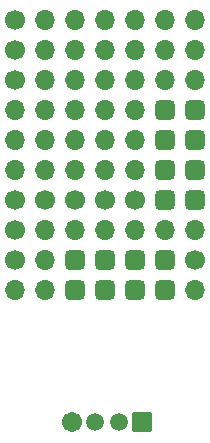
<source format=gts>
G04 #@! TF.GenerationSoftware,KiCad,Pcbnew,(6.0.5)*
G04 #@! TF.CreationDate,2022-09-09T15:45:55+09:00*
G04 #@! TF.ProjectId,UnitBase,556e6974-4261-4736-952e-6b696361645f,rev?*
G04 #@! TF.SameCoordinates,Original*
G04 #@! TF.FileFunction,Soldermask,Top*
G04 #@! TF.FilePolarity,Negative*
%FSLAX46Y46*%
G04 Gerber Fmt 4.6, Leading zero omitted, Abs format (unit mm)*
G04 Created by KiCad (PCBNEW (6.0.5)) date 2022-09-09 15:45:55*
%MOMM*%
%LPD*%
G01*
G04 APERTURE LIST*
G04 Aperture macros list*
%AMRoundRect*
0 Rectangle with rounded corners*
0 $1 Rounding radius*
0 $2 $3 $4 $5 $6 $7 $8 $9 X,Y pos of 4 corners*
0 Add a 4 corners polygon primitive as box body*
4,1,4,$2,$3,$4,$5,$6,$7,$8,$9,$2,$3,0*
0 Add four circle primitives for the rounded corners*
1,1,$1+$1,$2,$3*
1,1,$1+$1,$4,$5*
1,1,$1+$1,$6,$7*
1,1,$1+$1,$8,$9*
0 Add four rect primitives between the rounded corners*
20,1,$1+$1,$2,$3,$4,$5,0*
20,1,$1+$1,$4,$5,$6,$7,0*
20,1,$1+$1,$6,$7,$8,$9,0*
20,1,$1+$1,$8,$9,$2,$3,0*%
G04 Aperture macros list end*
%ADD10C,1.700000*%
%ADD11O,1.700000X1.700000*%
%ADD12RoundRect,0.425000X0.425000X0.425000X-0.425000X0.425000X-0.425000X-0.425000X0.425000X-0.425000X0*%
%ADD13RoundRect,0.425000X-0.425000X0.425000X-0.425000X-0.425000X0.425000X-0.425000X0.425000X0.425000X0*%
%ADD14RoundRect,0.101600X0.750000X0.750000X-0.750000X0.750000X-0.750000X-0.750000X0.750000X-0.750000X0*%
%ADD15C,1.503200*%
%ADD16C,1.703200*%
G04 APERTURE END LIST*
D10*
X142240000Y-86360000D03*
D11*
X142240000Y-83820000D03*
X142240000Y-81280000D03*
X142240000Y-78740000D03*
D10*
X144780000Y-86360000D03*
D11*
X144780000Y-83820000D03*
X144780000Y-81280000D03*
X144780000Y-78740000D03*
D10*
X147320000Y-86360000D03*
D11*
X147320000Y-83820000D03*
X147320000Y-81280000D03*
X147320000Y-78740000D03*
D10*
X149860000Y-86360000D03*
D11*
X149860000Y-83820000D03*
X149860000Y-81280000D03*
X149860000Y-78740000D03*
D10*
X152400000Y-86360000D03*
D11*
X152400000Y-83820000D03*
X152400000Y-81280000D03*
X152400000Y-78740000D03*
D12*
X154940000Y-86360000D03*
X154940000Y-83820000D03*
X154940000Y-81280000D03*
X154940000Y-78740000D03*
X157480000Y-86360000D03*
X157480000Y-83820000D03*
X157480000Y-81280000D03*
X157480000Y-78740000D03*
D10*
X157480000Y-91440000D03*
D11*
X157480000Y-93980000D03*
D10*
X142240000Y-91440000D03*
D11*
X142240000Y-93980000D03*
D13*
X154940000Y-91440000D03*
X152400000Y-91440000D03*
X149860000Y-91440000D03*
X147320000Y-91440000D03*
D11*
X144780000Y-91440000D03*
D10*
X142240000Y-88900000D03*
D11*
X144780000Y-88900000D03*
X147320000Y-88900000D03*
X149860000Y-88900000D03*
X152400000Y-88900000D03*
X154940000Y-88900000D03*
X157480000Y-88900000D03*
D10*
X142240000Y-76200000D03*
D11*
X144780000Y-76200000D03*
X147320000Y-76200000D03*
X149860000Y-76200000D03*
X152400000Y-76200000D03*
X154940000Y-76200000D03*
X157480000Y-76200000D03*
D10*
X142240000Y-73660000D03*
D11*
X144780000Y-73660000D03*
X147320000Y-73660000D03*
X149860000Y-73660000D03*
X152400000Y-73660000D03*
X154940000Y-73660000D03*
X157480000Y-73660000D03*
D10*
X142240000Y-71120000D03*
D11*
X144780000Y-71120000D03*
X147320000Y-71120000D03*
X149860000Y-71120000D03*
X152400000Y-71120000D03*
X154940000Y-71120000D03*
X157480000Y-71120000D03*
D14*
X153025000Y-105185000D03*
D15*
X151025000Y-105185000D03*
X149025000Y-105185000D03*
D16*
X147025000Y-105185000D03*
D13*
X154940000Y-93980000D03*
X152400000Y-93980000D03*
X149860000Y-93980000D03*
X147320000Y-93980000D03*
D11*
X144780000Y-93980000D03*
M02*

</source>
